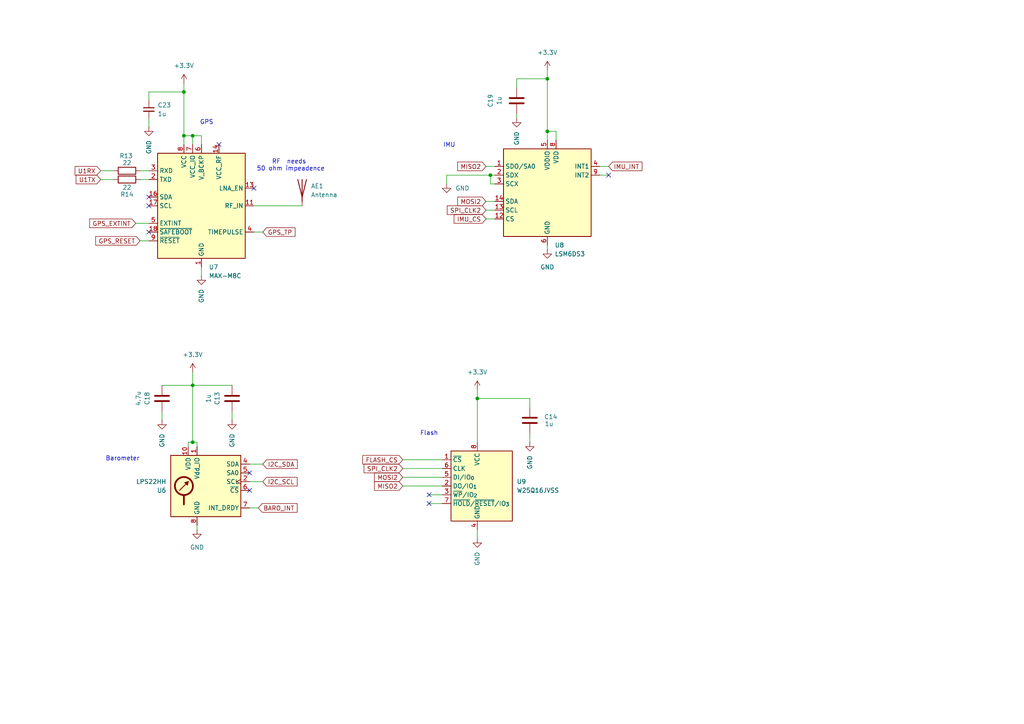
<source format=kicad_sch>
(kicad_sch (version 20250114) (generator "eeschema") (generator_version "9.0")
  (paper "A4")
  (lib_symbols
    (symbol "Device:Antenna" (pin_numbers (hide yes)) (pin_names (offset 1.016) (hide yes))
      (property "Reference" "AE" (at -1.905 1.905 0))
      (property "Value" "Antenna" (at -1.905 0 0))
      (symbol "Antenna_0_1"
        (polyline (pts (xy 0 2.54) (xy 0 -3.81)) (stroke (width 0.254)))
        (polyline (pts (xy 1.27 2.54) (xy 0 -2.54) (xy -1.27 2.54)) (stroke (width 0.254)))
      )
      (symbol "Antenna_1_1"
        (pin input line (at 0 -5.08 90) (length 2.54) (name "A") (number "1"))
      )
    )
    (symbol "Device:C" (pin_numbers (hide yes)) (pin_names (offset 0.254))
      (property "Reference" "C" (at 0.635 2.54 0))
      (property "Value" "C" (at 0.635 -2.54 0))
      (symbol "C_0_1"
        (polyline (pts (xy -2.032 0.762) (xy 2.032 0.762)) (stroke (width 0.508)))
        (polyline (pts (xy -2.032 -0.762) (xy 2.032 -0.762)) (stroke (width 0.508)))
      )
      (symbol "C_1_1"
        (pin passive line (at 0 3.81 270) (length 2.794) (name "~") (number "1"))
        (pin passive line (at 0 -3.81 90) (length 2.794) (name "~") (number "2"))
      )
    )
    (symbol "Device:C_Small" (pin_numbers (hide yes)) (pin_names (offset 0.254) (hide yes))
      (property "Reference" "C" (at 0.254 1.778 0))
      (property "Value" "C_Small" (at 0.254 -2.032 0))
      (symbol "C_Small_0_1"
        (polyline (pts (xy -1.524 0.508) (xy 1.524 0.508)) (stroke (width 0.3048)))
        (polyline (pts (xy -1.524 -0.508) (xy 1.524 -0.508)) (stroke (width 0.3302)))
      )
      (symbol "C_Small_1_1"
        (pin passive line (at 0 2.54 270) (length 2.032) (name "~") (number "1"))
        (pin passive line (at 0 -2.54 90) (length 2.032) (name "~") (number "2"))
      )
    )
    (symbol "Device:R" (pin_numbers (hide yes)) (pin_names (offset 0))
      (property "Reference" "R" (at 2.032 0 90))
      (property "Value" "R" (at 0 0 90))
      (symbol "R_0_1"
        (rectangle (start -1.016 -2.54) (end 1.016 2.54) (stroke (width 0.254)))
      )
      (symbol "R_1_1"
        (pin passive line (at 0 3.81 270) (length 1.27) (name "~") (number "1"))
        (pin passive line (at 0 -3.81 90) (length 1.27) (name "~") (number "2"))
      )
    )
    (symbol "Memory_Flash:W25Q16JVSS"
      (property "Reference" "U" (at -6.35 11.43 0))
      (property "Value" "W25Q16JVSS" (at 7.62 11.43 0))
      (symbol "W25Q16JVSS_0_1"
        (rectangle (start -7.62 10.16) (end 10.16 -10.16) (stroke (width 0.254)) (fill (type background)))
      )
      (symbol "W25Q16JVSS_1_1"
        (pin input line (at -10.16 7.62 0) (length 2.54) (name "~{CS}") (number "1"))
        (pin input line (at -10.16 5.08 0) (length 2.54) (name "CLK") (number "6"))
        (pin bidirectional line (at -10.16 2.54 0) (length 2.54) (name "DI/IO_{0}") (number "5"))
        (pin bidirectional line (at -10.16 0 0) (length 2.54) (name "DO/IO_{1}") (number "2"))
        (pin bidirectional line (at -10.16 -2.54 0) (length 2.54) (name "~{WP}/IO_{2}") (number "3"))
        (pin bidirectional line (at -10.16 -5.08 0) (length 2.54) (name "~{HOLD}/~{RESET}/IO_{3}") (number "7"))
        (pin power_in line (at 0 12.7 270) (length 2.54) (name "VCC") (number "8"))
        (pin power_in line (at 0 -12.7 90) (length 2.54) (name "GND") (number "4"))
      )
    )
    (symbol "RF_GPS:MAX-M8C"
      (property "Reference" "U" (at -10.16 16.51 0))
      (property "Value" "MAX-M8C" (at 11.43 16.51 0))
      (symbol "MAX-M8C_0_1"
        (rectangle (start 12.7 15.24) (end -12.7 -15.24) (stroke (width 0.254)) (fill (type background)))
      )
      (symbol "MAX-M8C_1_1"
        (pin input line (at -15.24 10.16 0) (length 2.54) (name "RXD") (number "3"))
        (pin output line (at -15.24 7.62 0) (length 2.54) (name "TXD") (number "2"))
        (pin bidirectional line (at -15.24 2.54 0) (length 2.54) (name "SDA") (number "16"))
        (pin input line (at -15.24 0 0) (length 2.54) (name "SCL") (number "17"))
        (pin input line (at -15.24 -5.08 0) (length 2.54) (name "EXTINT") (number "5"))
        (pin input line (at -15.24 -7.62 0) (length 2.54) (name "~{SAFEBOOT}") (number "18"))
        (pin input line (at -15.24 -10.16 0) (length 2.54) (name "~{RESET}") (number "9"))
        (pin power_in line (at -5.08 17.78 270) (length 2.54) (name "VCC") (number "8"))
        (pin power_in line (at -2.54 17.78 270) (length 2.54) (name "VCC_IO") (number "7"))
        (pin power_in line (at 0 17.78 270) (length 2.54) (name "V_BCKP") (number "6"))
        (pin power_in line (at 0 -17.78 90) (length 2.54) (name "GND") (number "1"))
        (pin passive line (at 0 -17.78 90) (length 2.54) (hide yes) (name "GND") (number "10"))
        (pin passive line (at 0 -17.78 90) (length 2.54) (hide yes) (name "GND") (number "12"))
        (pin power_out line (at 5.08 17.78 270) (length 2.54) (name "VCC_RF") (number "14"))
        (pin no_connect line (at 12.7 -5.08 180) (length 2.54) (hide yes) (name "Reserved") (number "15"))
        (pin output line (at 15.24 5.08 180) (length 2.54) (name "LNA_EN") (number "13"))
        (pin input line (at 15.24 0 180) (length 2.54) (name "RF_IN") (number "11"))
        (pin output line (at 15.24 -7.62 180) (length 2.54) (name "TIMEPULSE") (number "4"))
      )
    )
    (symbol "Sensor_Motion:LSM6DS3"
      (property "Reference" "U" (at -11.43 15.24 0))
      (property "Value" "LSM6DS3" (at -11.43 12.7 0))
      (symbol "LSM6DS3_0_1"
        (rectangle (start -12.7 12.7) (end 12.7 -12.7) (stroke (width 0.254)) (fill (type background)))
      )
      (symbol "LSM6DS3_1_1"
        (pin bidirectional line (at -15.24 7.62 0) (length 2.54) (name "SDO/SA0") (number "1"))
        (pin bidirectional line (at -15.24 5.08 0) (length 2.54) (name "SDX") (number "2"))
        (pin input line (at -15.24 2.54 0) (length 2.54) (name "SCX") (number "3"))
        (pin bidirectional line (at -15.24 -2.54 0) (length 2.54) (name "SDA") (number "14"))
        (pin input line (at -15.24 -5.08 0) (length 2.54) (name "SCL") (number "13"))
        (pin input line (at -15.24 -7.62 0) (length 2.54) (name "CS") (number "12"))
        (pin power_in line (at 0 15.24 270) (length 2.54) (name "VDDIO") (number "5"))
        (pin power_in line (at 0 -15.24 90) (length 2.54) (name "GND") (number "6"))
        (pin passive line (at 0 -15.24 90) (length 2.54) (hide yes) (name "GND") (number "7"))
        (pin power_in line (at 2.54 15.24 270) (length 2.54) (name "VDD") (number "8"))
        (pin no_connect line (at 12.7 -2.54 180) (length 3.81) (hide yes) (name "NC") (number "11"))
        (pin no_connect line (at 12.7 -5.08 180) (length 3.81) (hide yes) (name "NC") (number "10"))
        (pin output line (at 15.24 7.62 180) (length 2.54) (name "INT1") (number "4"))
        (pin output line (at 15.24 5.08 180) (length 2.54) (name "INT2") (number "9"))
      )
    )
    (symbol "Sensor_Pressure:LPS22HH"
      (property "Reference" "U" (at -11.43 1.27 0))
      (property "Value" "LPS22HH" (at -11.43 -1.27 0))
      (symbol "LPS22HH_0_1"
        (rectangle (start -10.16 10.16) (end 10.16 -7.62) (stroke (width 0.254)) (fill (type background)))
        (polyline (pts (xy -7.62 0) (xy -5.08 2.54)) (stroke (width 0.254)))
        (circle (center -6.35 1.27) (radius 2.6162) (stroke (width 0.508)))
        (polyline (pts (xy -6.35 -1.524) (xy -6.35 -4.064)) (stroke (width 0.508)))
        (polyline (pts (xy -5.08 2.54) (xy -5.334 1.524) (xy -6.096 2.286) (xy -5.08 2.54)) (stroke (width 0.254)) (fill (type outline)))
      )
      (symbol "LPS22HH_1_1"
        (pin power_in line (at -5.08 12.7 270) (length 2.54) (name "VDD") (number "10"))
        (pin power_in line (at -2.54 12.7 270) (length 2.54) (name "Vdd_IO") (number "1"))
        (pin passive line (at -2.54 -10.16 90) (length 2.54) (hide yes) (name "GND") (number "3"))
        (pin power_in line (at -2.54 -10.16 90) (length 2.54) (name "GND") (number "8"))
        (pin passive line (at -2.54 -10.16 90) (length 2.54) (hide yes) (name "GND") (number "9"))
        (pin bidirectional line (at 12.7 7.62 180) (length 2.54) (name "SDA") (number "4"))
        (pin input line (at 12.7 5.08 180) (length 2.54) (name "SA0") (number "5"))
        (pin input clock (at 12.7 2.54 180) (length 2.54) (name "SCL") (number "2"))
        (pin input line (at 12.7 0 180) (length 2.54) (name "~{CS}") (number "6"))
        (pin output line (at 12.7 -5.08 180) (length 2.54) (name "INT_DRDY") (number "7"))
      )
    )
    (symbol "power:+3.3V" (power) (pin_numbers (hide yes)) (pin_names (offset 0) (hide yes))
      (property "Value" "+3.3V" (at 0 3.556 0))
      (symbol "+3.3V_0_1"
        (polyline (pts (xy -0.762 1.27) (xy 0 2.54)))
        (polyline (pts (xy 0 2.54) (xy 0.762 1.27)))
        (polyline (pts (xy 0 0) (xy 0 2.54)))
      )
      (symbol "+3.3V_1_1"
        (pin power_in line (at 0 0 90) (length 0) (name "~") (number "1"))
      )
    )
    (symbol "power:GND" (power) (pin_numbers (hide yes)) (pin_names (offset 0) (hide yes))
      (property "Value" "GND" (at 0 -3.81 0))
      (symbol "GND_0_1"
        (polyline (pts (xy 0 0) (xy 0 -1.27) (xy 1.27 -1.27) (xy 0 -2.54) (xy -1.27 -1.27) (xy 0 -1.27)))
      )
      (symbol "GND_1_1"
        (pin power_in line (at 0 0 270) (length 0) (name "~") (number "1"))
      )
    )
  )
  (text "GPS\n" (at 59.944 35.56 0) (effects (font (size 1.27 1.27))))
  (text "IMU\n" (at 130.302 42.164 0) (effects (font (size 1.27 1.27))))
  (text "RF  needs \n50 ohm impeadence\n" (at 84.328 48.006 0) (effects (font (size 1.27 1.27))))
  (text "Flash\n" (at 124.46 125.73 0) (effects (font (size 1.27 1.27))))
  (text "Barometer\n" (at 35.56 133.096 0) (effects (font (size 1.27 1.27))))
  (junction (at 55.88 39.37))
  (junction (at 158.75 38.1))
  (junction (at 138.43 115.57))
  (junction (at 158.75 22.86))
  (junction (at 53.34 26.67))
  (junction (at 53.34 39.37))
  (junction (at 55.88 111.76))
  (junction (at 55.88 128.27))
  (junction (at 142.24 50.8))
  (no_connect (at 72.39 137.16))
  (no_connect (at 124.46 146.05))
  (no_connect (at 43.18 67.31))
  (no_connect (at 43.18 59.69))
  (no_connect (at 43.18 57.15))
  (no_connect (at 72.39 142.24))
  (no_connect (at 63.5 41.91))
  (no_connect (at 176.53 50.8))
  (no_connect (at 73.66 54.61))
  (no_connect (at 124.46 143.51))
  (wire (pts (xy 116.84 140.97) (xy 128.27 140.97)))
  (wire (pts (xy 74.93 147.32) (xy 72.39 147.32)))
  (wire (pts (xy 140.97 60.96) (xy 143.51 60.96)))
  (wire (pts (xy 58.42 41.91) (xy 58.42 39.37)))
  (wire (pts (xy 138.43 115.57) (xy 138.43 128.27)))
  (wire (pts (xy 55.88 111.76) (xy 67.31 111.76)))
  (wire (pts (xy 53.34 24.13) (xy 53.34 26.67)))
  (wire (pts (xy 124.46 143.51) (xy 128.27 143.51)))
  (wire (pts (xy 53.34 39.37) (xy 53.34 41.91)))
  (wire (pts (xy 46.99 111.76) (xy 55.88 111.76)))
  (wire (pts (xy 143.51 53.34) (xy 142.24 53.34)))
  (wire (pts (xy 73.66 59.69) (xy 87.63 59.69)))
  (wire (pts (xy 129.54 53.34) (xy 129.54 50.8)))
  (wire (pts (xy 138.43 115.57) (xy 153.67 115.57)))
  (wire (pts (xy 158.75 20.32) (xy 158.75 22.86)))
  (wire (pts (xy 58.42 77.47) (xy 58.42 80.01)))
  (wire (pts (xy 129.54 50.8) (xy 142.24 50.8)))
  (wire (pts (xy 53.34 26.67) (xy 53.34 39.37)))
  (wire (pts (xy 40.64 52.07) (xy 43.18 52.07)))
  (wire (pts (xy 158.75 22.86) (xy 158.75 38.1)))
  (wire (pts (xy 29.21 52.07) (xy 33.02 52.07)))
  (wire (pts (xy 55.88 107.95) (xy 55.88 111.76)))
  (wire (pts (xy 39.37 64.77) (xy 43.18 64.77)))
  (wire (pts (xy 55.88 128.27) (xy 54.61 128.27)))
  (wire (pts (xy 54.61 128.27) (xy 54.61 129.54)))
  (wire (pts (xy 40.64 69.85) (xy 43.18 69.85)))
  (wire (pts (xy 43.18 34.29) (xy 43.18 36.83)))
  (wire (pts (xy 76.2 139.7) (xy 72.39 139.7)))
  (wire (pts (xy 57.15 153.67) (xy 57.15 152.4)))
  (wire (pts (xy 116.84 138.43) (xy 128.27 138.43)))
  (wire (pts (xy 153.67 125.73) (xy 153.67 128.27)))
  (wire (pts (xy 55.88 39.37) (xy 58.42 39.37)))
  (wire (pts (xy 140.97 58.42) (xy 143.51 58.42)))
  (wire (pts (xy 142.24 53.34) (xy 142.24 50.8)))
  (wire (pts (xy 176.53 50.8) (xy 173.99 50.8)))
  (wire (pts (xy 46.99 119.38) (xy 46.99 121.92)))
  (wire (pts (xy 43.18 26.67) (xy 53.34 26.67)))
  (wire (pts (xy 124.46 146.05) (xy 128.27 146.05)))
  (wire (pts (xy 73.66 67.31) (xy 76.2 67.31)))
  (wire (pts (xy 55.88 111.76) (xy 55.88 128.27)))
  (wire (pts (xy 173.99 48.26) (xy 176.53 48.26)))
  (wire (pts (xy 158.75 72.39) (xy 158.75 71.12)))
  (wire (pts (xy 158.75 38.1) (xy 158.75 40.64)))
  (wire (pts (xy 149.86 25.4) (xy 149.86 22.86)))
  (wire (pts (xy 149.86 22.86) (xy 158.75 22.86)))
  (wire (pts (xy 55.88 41.91) (xy 55.88 39.37)))
  (wire (pts (xy 76.2 134.62) (xy 72.39 134.62)))
  (wire (pts (xy 158.75 38.1) (xy 161.29 38.1)))
  (wire (pts (xy 140.97 48.26) (xy 143.51 48.26)))
  (wire (pts (xy 67.31 121.92) (xy 67.31 119.38)))
  (wire (pts (xy 140.97 63.5) (xy 143.51 63.5)))
  (wire (pts (xy 149.86 34.29) (xy 149.86 33.02)))
  (wire (pts (xy 116.84 135.89) (xy 128.27 135.89)))
  (wire (pts (xy 53.34 39.37) (xy 55.88 39.37)))
  (wire (pts (xy 57.15 128.27) (xy 55.88 128.27)))
  (wire (pts (xy 153.67 118.11) (xy 153.67 115.57)))
  (wire (pts (xy 40.64 49.53) (xy 43.18 49.53)))
  (wire (pts (xy 138.43 113.03) (xy 138.43 115.57)))
  (wire (pts (xy 29.21 49.53) (xy 33.02 49.53)))
  (wire (pts (xy 43.18 29.21) (xy 43.18 26.67)))
  (wire (pts (xy 138.43 156.21) (xy 138.43 153.67)))
  (wire (pts (xy 57.15 129.54) (xy 57.15 128.27)))
  (wire (pts (xy 161.29 40.64) (xy 161.29 38.1)))
  (wire (pts (xy 116.84 133.35) (xy 128.27 133.35)))
  (wire (pts (xy 142.24 50.8) (xy 143.51 50.8)))
  (global_label "GPS_TP" (shape input) (at 76.2 67.31 0) (property "Intersheetrefs" "${INTERSHEET_REFS}" (effects (hide yes))))
  (global_label "BARO_INT" (shape input) (at 74.93 147.32 0) (property "Intersheetrefs" "${INTERSHEET_REFS}" (effects (hide yes))))
  (global_label "GPS_EXTINT" (shape input) (at 39.37 64.77 180) (property "Intersheetrefs" "${INTERSHEET_REFS}" (effects (hide yes))))
  (global_label "U1TX" (shape input) (at 29.21 52.07 180) (property "Intersheetrefs" "${INTERSHEET_REFS}" (effects (hide yes))))
  (global_label "GPS_RESET" (shape input) (at 40.64 69.85 180) (property "Intersheetrefs" "${INTERSHEET_REFS}" (effects (hide yes))))
  (global_label "MOSI2" (shape input) (at 116.84 138.43 180) (property "Intersheetrefs" "${INTERSHEET_REFS}" (effects (hide yes))))
  (global_label "U1RX" (shape input) (at 29.21 49.53 180) (property "Intersheetrefs" "${INTERSHEET_REFS}" (effects (hide yes))))
  (global_label "SPI_CLK2" (shape input) (at 116.84 135.89 180) (property "Intersheetrefs" "${INTERSHEET_REFS}" (effects (hide yes))))
  (global_label "I2C_SCL" (shape input) (at 76.2 139.7 0) (property "Intersheetrefs" "${INTERSHEET_REFS}" (effects (hide yes))))
  (global_label "I2C_SDA" (shape input) (at 76.2 134.62 0) (property "Intersheetrefs" "${INTERSHEET_REFS}" (effects (hide yes))))
  (global_label "MISO2" (shape input) (at 116.84 140.97 180) (property "Intersheetrefs" "${INTERSHEET_REFS}" (effects (hide yes))))
  (global_label "IMU_CS" (shape input) (at 140.97 63.5 180) (property "Intersheetrefs" "${INTERSHEET_REFS}" (effects (hide yes))))
  (global_label "IMU_INT" (shape input) (at 176.53 48.26 0) (property "Intersheetrefs" "${INTERSHEET_REFS}" (effects (hide yes))))
  (global_label "FLASH_CS" (shape input) (at 116.84 133.35 180) (property "Intersheetrefs" "${INTERSHEET_REFS}" (effects (hide yes))))
  (global_label "MISO2" (shape input) (at 140.97 48.26 180) (property "Intersheetrefs" "${INTERSHEET_REFS}" (effects (hide yes))))
  (global_label "MOSI2" (shape input) (at 140.97 58.42 180) (property "Intersheetrefs" "${INTERSHEET_REFS}" (effects (hide yes))))
  (global_label "SPI_CLK2" (shape input) (at 140.97 60.96 180) (property "Intersheetrefs" "${INTERSHEET_REFS}" (effects (hide yes))))
  (symbol (lib_id "power:GND") (at 43.18 36.83 0) (unit 1)
    (property "Reference" "#PWR047" (effects (hide yes)))
    (property "Value" "GND" (at 43.1801 40.64 90) (effects (justify right)))
    (property "Description" "Power symbol creates a global label with name \"GND\" , ground" (effects (hide yes)))
  )
  (symbol (lib_id "power:GND") (at 158.75 72.39 0) (unit 1)
    (property "Reference" "#PWR050" (effects (hide yes)))
    (property "Value" "GND" (at 158.75 77.47 0))
    (property "Description" "Power symbol creates a global label with name \"GND\" , ground" (effects (hide yes)))
  )
  (symbol (lib_id "Sensor_Pressure:LPS22HH") (at 59.69 142.24 0) (unit 1)
    (property "Reference" "U6" (at 48.26 142.2401 0) (effects (justify right)))
    (property "Value" "LPS22HH" (at 48.26 139.7001 0) (effects (justify right)))
    (property "Footprint" "Package_LGA:ST_HLGA-10_2x2mm_P0.5mm_LayoutBorder3x2y" (effects (hide yes)))
    (property "Datasheet" "https://www.st.com/resource/en/datasheet/lps22hh.pdf" (effects (hide yes)))
    (property "Description" "MEMS nano pressure sensor, 260-1260 hPa, absolute digital output baromeeter, 24 bit, SPI, I2C, I3C, 0.65 Pa noise rms, ST_HLGA-10L" (effects (hide yes)))
  )
  (symbol (lib_id "Device:C") (at 67.31 115.57 0) (unit 1)
    (property "Reference" "C13" (at 62.992 115.57 90))
    (property "Value" "1u" (at 60.452 115.57 90))
    (property "Footprint" "Capacitor_SMD:C_0603_1608Metric" (effects (hide yes)))
    (property "Description" "Unpolarized capacitor" (effects (hide yes)))
  )
  (symbol (lib_id "Memory_Flash:W25Q16JVSS") (at 138.43 140.97 0) (unit 1)
    (property "Reference" "U9" (at 149.86 139.6999 0) (effects (justify left)))
    (property "Value" "W25Q16JVSS" (at 149.86 142.2399 0) (effects (justify left)))
    (property "Footprint" "Package_SO:SOIC-8_5.3x5.3mm_P1.27mm" (effects (hide yes)))
    (property "Datasheet" "https://www.winbond.com/hq/support/documentation/levelOne.jsp?__locale=en&DocNo=DA00-W25Q16JV.1" (effects (hide yes)))
    (property "Description" "16Mbit / 2MiB Serial Flash Memory, Standard/Dual/Quad SPI, 2.7-3.6V, SOIC-8 (208 mil)" (effects (hide yes)))
  )
  (symbol (lib_id "power:GND") (at 67.31 121.92 0) (unit 1)
    (property "Reference" "#PWR034" (effects (hide yes)))
    (property "Value" "GND" (at 67.3101 125.73 90) (effects (justify right)))
    (property "Description" "Power symbol creates a global label with name \"GND\" , ground" (effects (hide yes)))
  )
  (symbol (lib_id "power:GND") (at 46.99 121.92 0) (unit 1)
    (property "Reference" "#PWR035" (effects (hide yes)))
    (property "Value" "GND" (at 46.9901 125.73 90) (effects (justify right)))
    (property "Description" "Power symbol creates a global label with name \"GND\" , ground" (effects (hide yes)))
  )
  (symbol (lib_id "Device:C") (at 149.86 29.21 180) (unit 1)
    (property "Reference" "C19" (at 142.24 29.21 90))
    (property "Value" "1u" (at 144.78 29.21 90))
    (property "Footprint" "Capacitor_SMD:C_0603_1608Metric" (effects (hide yes)))
    (property "Description" "Unpolarized capacitor" (effects (hide yes)))
  )
  (symbol (lib_id "power:+3.3V") (at 138.43 113.03 0) (unit 1)
    (property "Reference" "#PWR057" (effects (hide yes)))
    (property "Value" "+3.3V" (at 138.43 107.95 0))
    (property "Description" "Power symbol creates a global label with name \"+3.3V\"" (effects (hide yes)))
  )
  (symbol (lib_id "Device:R") (at 36.83 52.07 90) (unit 1)
    (property "Reference" "R14" (at 36.83 56.388 90))
    (property "Value" "22" (at 36.83 54.356 90))
    (property "Footprint" "Resistor_SMD:R_0805_2012Metric" (effects (hide yes)))
    (property "Description" "Resistor" (effects (hide yes)))
  )
  (symbol (lib_id "power:GND") (at 58.42 80.01 0) (unit 1)
    (property "Reference" "#PWR046" (effects (hide yes)))
    (property "Value" "GND" (at 58.4201 83.82 90) (effects (justify right)))
    (property "Description" "Power symbol creates a global label with name \"GND\" , ground" (effects (hide yes)))
  )
  (symbol (lib_id "power:+3.3V") (at 55.88 107.95 0) (unit 1)
    (property "Reference" "#PWR051" (effects (hide yes)))
    (property "Value" "+3.3V" (at 55.88 102.87 0))
    (property "Description" "Power symbol creates a global label with name \"+3.3V\"" (effects (hide yes)))
  )
  (symbol (lib_id "power:GND") (at 57.15 153.67 0) (unit 1)
    (property "Reference" "#PWR027" (effects (hide yes)))
    (property "Value" "GND" (at 57.15 158.75 0))
    (property "Description" "Power symbol creates a global label with name \"GND\" , ground" (effects (hide yes)))
  )
  (symbol (lib_id "Device:Antenna") (at 87.63 54.61 0) (unit 1)
    (property "Reference" "AE1" (at 90.17 53.9749 0) (effects (justify left)))
    (property "Value" "Antenna" (at 90.17 56.5149 0) (effects (justify left)))
    (property "Footprint" "RF_Antenna:Untitled" (effects (hide yes)))
    (property "Description" "Antenna" (effects (hide yes)))
  )
  (symbol (lib_id "power:GND") (at 138.43 156.21 0) (unit 1)
    (property "Reference" "#PWR058" (effects (hide yes)))
    (property "Value" "GND" (at 138.4301 160.02 90) (effects (justify right)))
    (property "Description" "Power symbol creates a global label with name \"GND\" , ground" (effects (hide yes)))
  )
  (symbol (lib_id "Device:C_Small") (at 43.18 31.75 0) (unit 1)
    (property "Reference" "C23" (at 45.72 30.4862 0) (effects (justify left)))
    (property "Value" "1u" (at 45.72 33.0262 0) (effects (justify left)))
    (property "Footprint" "Capacitor_SMD:C_0603_1608Metric" (effects (hide yes)))
    (property "Description" "Unpolarized capacitor, small symbol" (effects (hide yes)))
  )
  (symbol (lib_id "power:GND") (at 149.86 34.29 0) (unit 1)
    (property "Reference" "#PWR037" (effects (hide yes)))
    (property "Value" "GND" (at 149.8599 38.1 90) (effects (justify right)))
    (property "Description" "Power symbol creates a global label with name \"GND\" , ground" (effects (hide yes)))
  )
  (symbol (lib_id "Device:C") (at 153.67 121.92 180) (unit 1)
    (property "Reference" "C14" (at 159.766 120.904 0))
    (property "Value" "1u" (at 159.258 122.936 0))
    (property "Footprint" "Capacitor_SMD:C_0603_1608Metric" (effects (hide yes)))
    (property "Description" "Unpolarized capacitor" (effects (hide yes)))
  )
  (symbol (lib_id "power:GND") (at 153.67 128.27 0) (unit 1)
    (property "Reference" "#PWR059" (effects (hide yes)))
    (property "Value" "GND" (at 153.6701 132.08 90) (effects (justify right)))
    (property "Description" "Power symbol creates a global label with name \"GND\" , ground" (effects (hide yes)))
  )
  (symbol (lib_id "Device:C") (at 46.99 115.57 0) (unit 1)
    (property "Reference" "C18" (at 42.672 115.57 90))
    (property "Value" "4.7u" (at 40.132 115.57 90))
    (property "Footprint" "Capacitor_SMD:C_0603_1608Metric" (effects (hide yes)))
    (property "Description" "Unpolarized capacitor" (effects (hide yes)))
  )
  (symbol (lib_id "power:GND") (at 129.54 53.34 0) (unit 1)
    (property "Reference" "#PWR036" (effects (hide yes)))
    (property "Value" "GND" (at 132.08 54.6099 0) (effects (justify left)))
    (property "Description" "Power symbol creates a global label with name \"GND\" , ground" (effects (hide yes)))
  )
  (symbol (lib_id "Sensor_Motion:LSM6DS3") (at 158.75 55.88 0) (unit 1)
    (property "Reference" "U8" (at 160.8933 71.12 0) (effects (justify left)))
    (property "Value" "LSM6DS3" (at 160.8933 73.66 0) (effects (justify left)))
    (property "Footprint" "Package_LGA:LGA-14_3x2.5mm_P0.5mm_LayoutBorder3x4y" (effects (hide yes)))
    (property "Datasheet" "https://www.st.com/resource/en/datasheet/lsm6ds3tr-c.pdf" (effects (hide yes)))
    (property "Description" "I2C/SPI, iNEMO inertial module: always-on 3D accelerometer and 3D gyroscope" (effects (hide yes)))
  )
  (symbol (lib_id "power:+3.3V") (at 158.75 20.32 0) (unit 1)
    (property "Reference" "#PWR049" (effects (hide yes)))
    (property "Value" "+3.3V" (at 158.75 15.24 0))
    (property "Description" "Power symbol creates a global label with name \"+3.3V\"" (effects (hide yes)))
  )
  (symbol (lib_id "RF_GPS:MAX-M8C") (at 58.42 59.69 0) (unit 1)
    (property "Reference" "U7" (at 60.5633 77.47 0) (effects (justify left)))
    (property "Value" "MAX-M8C" (at 60.5633 80.01 0) (effects (justify left)))
    (property "Footprint" "RF_GPS:ublox_MAX" (effects (hide yes)))
    (property "Datasheet" "https://www.u-blox.com/sites/default/files/MAX-M8-FW3_DataSheet_%28UBX-15031506%29.pdf" (effects (hide yes)))
    (property "Description" "GNSS Module MAX M8, VCC 1.65V to 3.6V" (effects (hide yes)))
  )
  (symbol (lib_id "power:+3.3V") (at 53.34 24.13 0) (unit 1)
    (property "Reference" "#PWR044" (effects (hide yes)))
    (property "Value" "+3.3V" (at 53.34 19.05 0))
    (property "Description" "Power symbol creates a global label with name \"+3.3V\"" (effects (hide yes)))
  )
  (symbol (lib_id "Device:R") (at 36.83 49.53 90) (unit 1)
    (property "Reference" "R13" (at 36.576 45.212 90))
    (property "Value" "22" (at 36.83 47.244 90))
    (property "Footprint" "Resistor_SMD:R_0805_2012Metric" (effects (hide yes)))
    (property "Description" "Resistor" (effects (hide yes)))
  )
)
</source>
